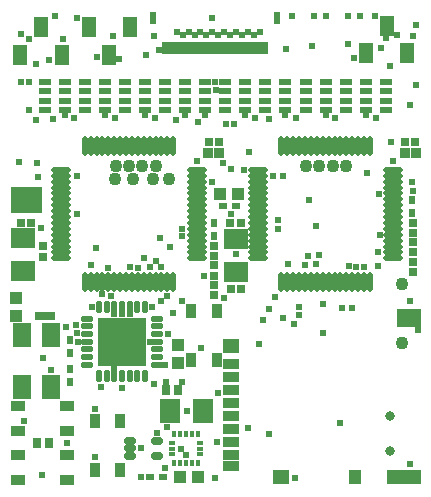
<source format=gts>
G04*
G04 #@! TF.GenerationSoftware,Altium Limited,Altium Designer,19.1.7 (138)*
G04*
G04 Layer_Color=8388736*
%FSLAX43Y43*%
%MOMM*%
G71*
G01*
G75*
%ADD20R,0.660X0.559*%
%ADD25R,0.559X0.660*%
%ADD53R,0.753X0.853*%
%ADD54R,2.003X1.803*%
%ADD55R,0.743X0.803*%
%ADD56R,0.803X0.743*%
%ADD57R,1.093X1.133*%
%ADD58R,0.803X0.753*%
%ADD59R,0.823X0.823*%
%ADD60R,1.203X1.803*%
%ADD61R,0.603X1.003*%
%ADD62R,0.503X1.003*%
%ADD63R,1.403X0.903*%
%ADD64R,1.403X1.203*%
%ADD65R,2.103X1.503*%
%ADD66R,3.003X1.203*%
%ADD67R,1.003X1.203*%
G04:AMPARAMS|DCode=68|XSize=0.503mm|YSize=1.653mm|CornerRadius=0.151mm|HoleSize=0mm|Usage=FLASHONLY|Rotation=0.000|XOffset=0mm|YOffset=0mm|HoleType=Round|Shape=RoundedRectangle|*
%AMROUNDEDRECTD68*
21,1,0.503,1.351,0,0,0.0*
21,1,0.201,1.653,0,0,0.0*
1,1,0.302,0.101,-0.676*
1,1,0.302,-0.101,-0.676*
1,1,0.302,-0.101,0.676*
1,1,0.302,0.101,0.676*
%
%ADD68ROUNDEDRECTD68*%
G04:AMPARAMS|DCode=69|XSize=0.503mm|YSize=1.653mm|CornerRadius=0.151mm|HoleSize=0mm|Usage=FLASHONLY|Rotation=270.000|XOffset=0mm|YOffset=0mm|HoleType=Round|Shape=RoundedRectangle|*
%AMROUNDEDRECTD69*
21,1,0.503,1.351,0,0,270.0*
21,1,0.201,1.653,0,0,270.0*
1,1,0.302,-0.676,-0.101*
1,1,0.302,-0.676,0.101*
1,1,0.302,0.676,0.101*
1,1,0.302,0.676,-0.101*
%
%ADD69ROUNDEDRECTD69*%
G04:AMPARAMS|DCode=70|XSize=0.603mm|YSize=1.053mm|CornerRadius=0.152mm|HoleSize=0mm|Usage=FLASHONLY|Rotation=90.000|XOffset=0mm|YOffset=0mm|HoleType=Round|Shape=RoundedRectangle|*
%AMROUNDEDRECTD70*
21,1,0.603,0.750,0,0,90.0*
21,1,0.300,1.053,0,0,90.0*
1,1,0.303,0.375,0.150*
1,1,0.303,0.375,-0.150*
1,1,0.303,-0.375,-0.150*
1,1,0.303,-0.375,0.150*
%
%ADD70ROUNDEDRECTD70*%
%ADD71R,1.603X2.003*%
%ADD72O,1.103X0.503*%
%ADD73O,0.503X1.103*%
%ADD74R,4.133X4.133*%
%ADD75R,0.453X0.553*%
%ADD76R,0.553X0.453*%
%ADD77R,0.853X1.253*%
%ADD78R,1.253X0.853*%
%ADD79R,1.103X0.628*%
%ADD80R,0.853X0.803*%
%ADD81R,1.003X1.003*%
%ADD82R,1.133X1.093*%
%ADD83R,1.803X2.003*%
%ADD84R,0.553X0.903*%
%ADD85C,0.803*%
%ADD86C,0.606*%
%ADD87C,1.103*%
%ADD88C,0.703*%
G36*
X2850Y13125D02*
X200D01*
Y15275D01*
X2850D01*
Y13125D01*
D02*
G37*
D20*
X13096Y-9275D02*
D03*
X12004D02*
D03*
X2096Y13650D02*
D03*
X1004D02*
D03*
X18129Y13650D02*
D03*
X19221D02*
D03*
D25*
X34200Y14214D02*
D03*
Y13122D02*
D03*
X5225Y-129D02*
D03*
Y-1221D02*
D03*
X5225Y1254D02*
D03*
Y2346D02*
D03*
X17425Y12246D02*
D03*
Y11154D02*
D03*
D53*
X3425Y-6400D02*
D03*
X2425D02*
D03*
X14325Y-1925D02*
D03*
X13325D02*
D03*
D54*
X19275Y10900D02*
D03*
Y8100D02*
D03*
X1225Y10950D02*
D03*
Y8150D02*
D03*
D55*
X19657Y12225D02*
D03*
X18793D02*
D03*
X1882Y12225D02*
D03*
X1018D02*
D03*
X18843Y6625D02*
D03*
X19707D02*
D03*
D56*
X2950Y10257D02*
D03*
Y9393D02*
D03*
X34225Y8975D02*
D03*
Y8111D02*
D03*
X34225Y10618D02*
D03*
Y9754D02*
D03*
X34225Y12268D02*
D03*
Y11404D02*
D03*
X17425Y8657D02*
D03*
Y7793D02*
D03*
X17425Y6136D02*
D03*
Y7000D02*
D03*
X17425Y9443D02*
D03*
Y10307D02*
D03*
D57*
X2295Y14700D02*
D03*
X755D02*
D03*
X19445D02*
D03*
X17905D02*
D03*
X14480Y-9250D02*
D03*
X16020D02*
D03*
D58*
X34425Y19100D02*
D03*
X33575D02*
D03*
X17825Y19100D02*
D03*
X16975D02*
D03*
D59*
X34460Y18150D02*
D03*
X33540D02*
D03*
X17850Y18175D02*
D03*
X16930D02*
D03*
D60*
X32025Y28900D02*
D03*
X33775Y26600D02*
D03*
X30275D02*
D03*
X2750Y28800D02*
D03*
X4500Y26500D02*
D03*
X1000D02*
D03*
X10275Y28800D02*
D03*
X8525Y26500D02*
D03*
X6775Y28800D02*
D03*
D61*
X22750Y29600D02*
D03*
X12250D02*
D03*
D62*
X21250Y27100D02*
D03*
X20750D02*
D03*
X21750D02*
D03*
X19750D02*
D03*
X19250D02*
D03*
X20250D02*
D03*
X18250D02*
D03*
X17750D02*
D03*
X18750D02*
D03*
X17250D02*
D03*
X16250D02*
D03*
X15750D02*
D03*
X15250D02*
D03*
X14750D02*
D03*
X16750D02*
D03*
X13750D02*
D03*
X13250D02*
D03*
X14250D02*
D03*
D63*
X18800Y-6300D02*
D03*
Y-5200D02*
D03*
Y-4100D02*
D03*
Y-3000D02*
D03*
Y-1900D02*
D03*
Y-800D02*
D03*
Y300D02*
D03*
Y-7400D02*
D03*
Y-8350D02*
D03*
D64*
Y1850D02*
D03*
X23100Y-9300D02*
D03*
D65*
X33900Y4200D02*
D03*
D66*
X33450Y-9300D02*
D03*
D67*
X29300D02*
D03*
D68*
X13950Y18725D02*
D03*
X13450D02*
D03*
X12950D02*
D03*
X12450D02*
D03*
X11950D02*
D03*
X11450D02*
D03*
X10950D02*
D03*
X10450D02*
D03*
X9950D02*
D03*
X9450D02*
D03*
X8950D02*
D03*
X8450D02*
D03*
X7950D02*
D03*
X7450D02*
D03*
X6950D02*
D03*
X6450D02*
D03*
Y7275D02*
D03*
X6950D02*
D03*
X7450D02*
D03*
X7950D02*
D03*
X8450D02*
D03*
X8950D02*
D03*
X9450D02*
D03*
X9950D02*
D03*
X10450D02*
D03*
X10950D02*
D03*
X11450D02*
D03*
X11950D02*
D03*
X12450D02*
D03*
X12950D02*
D03*
X13450D02*
D03*
X13950D02*
D03*
X30600Y18725D02*
D03*
X30100D02*
D03*
X29600D02*
D03*
X29100D02*
D03*
X28600D02*
D03*
X28100D02*
D03*
X27600D02*
D03*
X27100D02*
D03*
X26600D02*
D03*
X26100D02*
D03*
X25600D02*
D03*
X25100D02*
D03*
X24600D02*
D03*
X24100D02*
D03*
X23600D02*
D03*
X23100D02*
D03*
Y7275D02*
D03*
X23600D02*
D03*
X24100D02*
D03*
X24600D02*
D03*
X25100D02*
D03*
X25600D02*
D03*
X26100D02*
D03*
X26600D02*
D03*
X27100D02*
D03*
X27600D02*
D03*
X28100D02*
D03*
X28600D02*
D03*
X29100D02*
D03*
X29600D02*
D03*
X30100D02*
D03*
X30600D02*
D03*
D69*
X4475Y16750D02*
D03*
Y16250D02*
D03*
Y15750D02*
D03*
Y15250D02*
D03*
Y14750D02*
D03*
Y14250D02*
D03*
Y13750D02*
D03*
Y13250D02*
D03*
Y12750D02*
D03*
Y12250D02*
D03*
Y11750D02*
D03*
Y11250D02*
D03*
Y10750D02*
D03*
Y10250D02*
D03*
Y9750D02*
D03*
Y9250D02*
D03*
X15925D02*
D03*
Y9750D02*
D03*
Y10250D02*
D03*
Y10750D02*
D03*
Y11250D02*
D03*
Y11750D02*
D03*
Y12250D02*
D03*
Y12750D02*
D03*
Y13250D02*
D03*
Y13750D02*
D03*
Y14250D02*
D03*
Y14750D02*
D03*
Y15250D02*
D03*
Y15750D02*
D03*
Y16250D02*
D03*
Y16750D02*
D03*
X21125Y16750D02*
D03*
Y16250D02*
D03*
Y15750D02*
D03*
Y15250D02*
D03*
Y14750D02*
D03*
Y14250D02*
D03*
Y13750D02*
D03*
Y13250D02*
D03*
Y12750D02*
D03*
Y12250D02*
D03*
Y11750D02*
D03*
Y11250D02*
D03*
Y10750D02*
D03*
Y10250D02*
D03*
Y9750D02*
D03*
Y9250D02*
D03*
X32575D02*
D03*
Y9750D02*
D03*
Y10250D02*
D03*
Y10750D02*
D03*
Y11250D02*
D03*
Y11750D02*
D03*
Y12250D02*
D03*
Y12750D02*
D03*
Y13250D02*
D03*
Y13750D02*
D03*
Y14250D02*
D03*
Y14750D02*
D03*
Y15250D02*
D03*
Y15750D02*
D03*
Y16250D02*
D03*
Y16750D02*
D03*
D70*
X10325Y-6175D02*
D03*
Y-6825D02*
D03*
Y-7475D02*
D03*
X12575D02*
D03*
Y-6175D02*
D03*
D71*
X3575Y2750D02*
D03*
Y-1650D02*
D03*
X1175D02*
D03*
Y2750D02*
D03*
D72*
X6650Y4150D02*
D03*
Y3500D02*
D03*
Y2850D02*
D03*
Y2200D02*
D03*
Y1550D02*
D03*
Y900D02*
D03*
Y250D02*
D03*
X12550D02*
D03*
Y900D02*
D03*
Y1550D02*
D03*
Y2200D02*
D03*
Y2850D02*
D03*
Y3500D02*
D03*
Y4150D02*
D03*
D73*
X7650Y-750D02*
D03*
X8300D02*
D03*
X8950D02*
D03*
X9600D02*
D03*
X10250D02*
D03*
X10900D02*
D03*
X11550D02*
D03*
Y5150D02*
D03*
X10900D02*
D03*
X10250D02*
D03*
X9600D02*
D03*
X8950D02*
D03*
X8300D02*
D03*
X7650D02*
D03*
D74*
X9600Y2200D02*
D03*
D75*
X16025Y-5625D02*
D03*
X15525D02*
D03*
X15025D02*
D03*
X14525D02*
D03*
X14025D02*
D03*
Y-8075D02*
D03*
X14525D02*
D03*
X15025D02*
D03*
X15525D02*
D03*
X16025D02*
D03*
D76*
X13800Y-6350D02*
D03*
Y-6850D02*
D03*
Y-7350D02*
D03*
X16250D02*
D03*
Y-6850D02*
D03*
Y-6350D02*
D03*
D77*
X17625Y4800D02*
D03*
X15475D02*
D03*
X17625Y650D02*
D03*
X15475D02*
D03*
X9475Y-4525D02*
D03*
X7325D02*
D03*
X9475Y-8675D02*
D03*
X7325D02*
D03*
D78*
X4925Y-9525D02*
D03*
Y-7375D02*
D03*
X775Y-9525D02*
D03*
Y-7375D02*
D03*
X4925Y-5400D02*
D03*
Y-3250D02*
D03*
X775Y-5400D02*
D03*
Y-3250D02*
D03*
D79*
X31950Y21800D02*
D03*
Y22600D02*
D03*
Y23400D02*
D03*
Y24200D02*
D03*
X30250D02*
D03*
Y23400D02*
D03*
Y22600D02*
D03*
Y21800D02*
D03*
X28550D02*
D03*
Y22600D02*
D03*
Y23400D02*
D03*
Y24200D02*
D03*
X26850D02*
D03*
Y23400D02*
D03*
Y22600D02*
D03*
Y21800D02*
D03*
X25150D02*
D03*
Y22600D02*
D03*
Y23400D02*
D03*
Y24200D02*
D03*
X23450D02*
D03*
Y23400D02*
D03*
Y22600D02*
D03*
Y21800D02*
D03*
X21750D02*
D03*
Y22600D02*
D03*
Y23400D02*
D03*
Y24200D02*
D03*
X20050D02*
D03*
Y23400D02*
D03*
Y22600D02*
D03*
Y21800D02*
D03*
X18350D02*
D03*
Y22600D02*
D03*
Y23400D02*
D03*
Y24200D02*
D03*
X16650D02*
D03*
Y23400D02*
D03*
Y22600D02*
D03*
Y21800D02*
D03*
X13250Y24200D02*
D03*
Y23400D02*
D03*
Y22600D02*
D03*
Y21800D02*
D03*
X14950D02*
D03*
Y22600D02*
D03*
Y23400D02*
D03*
Y24200D02*
D03*
X9850D02*
D03*
Y23400D02*
D03*
Y22600D02*
D03*
Y21800D02*
D03*
X11550D02*
D03*
Y22600D02*
D03*
Y23400D02*
D03*
Y24200D02*
D03*
X6450D02*
D03*
Y23400D02*
D03*
Y22600D02*
D03*
Y21800D02*
D03*
X8150D02*
D03*
Y22600D02*
D03*
Y23400D02*
D03*
Y24200D02*
D03*
X3050D02*
D03*
Y23400D02*
D03*
Y22600D02*
D03*
Y21800D02*
D03*
X4750D02*
D03*
Y22600D02*
D03*
Y23400D02*
D03*
Y24200D02*
D03*
D80*
X3550Y4375D02*
D03*
X2700D02*
D03*
D81*
X650Y5875D02*
D03*
Y4375D02*
D03*
D82*
X14325Y355D02*
D03*
Y1895D02*
D03*
D83*
X13675Y-3650D02*
D03*
X16475D02*
D03*
D84*
X34675Y3350D02*
D03*
D85*
X32300Y-4100D02*
D03*
Y-7100D02*
D03*
D86*
X20750Y28125D02*
D03*
X16750D02*
D03*
X18750D02*
D03*
X17750D02*
D03*
X20251Y28426D02*
D03*
X17250Y28375D02*
D03*
X23475Y27000D02*
D03*
X16250Y28375D02*
D03*
X19750Y28125D02*
D03*
X21250Y28426D02*
D03*
X15750Y28125D02*
D03*
X19125Y20600D02*
D03*
X18250Y28375D02*
D03*
X19251Y28426D02*
D03*
X15250Y28375D02*
D03*
X12725Y26875D02*
D03*
X17250Y29600D02*
D03*
X14251Y28375D02*
D03*
X14750Y28125D02*
D03*
X11225Y-9250D02*
D03*
X18175Y17350D02*
D03*
X20400Y18275D02*
D03*
X17250Y15750D02*
D03*
X5800Y16250D02*
D03*
X29450Y8500D02*
D03*
X28826Y8600D02*
D03*
X30075Y8500D02*
D03*
X31300Y8625D02*
D03*
X26000Y8800D02*
D03*
X7400Y10150D02*
D03*
X11950Y8525D02*
D03*
X12450Y9000D02*
D03*
X13650Y10250D02*
D03*
X11575Y21400D02*
D03*
X16300Y1700D02*
D03*
X14700Y5675D02*
D03*
X2775Y11800D02*
D03*
X11435Y9250D02*
D03*
X12125Y5150D02*
D03*
X1300Y-4500D02*
D03*
X14676Y11126D02*
D03*
X14725Y-1200D02*
D03*
X12300Y-1425D02*
D03*
X2925Y775D02*
D03*
X8650Y6050D02*
D03*
X7100Y5125D02*
D03*
X9600Y4550D02*
D03*
X8950Y4575D02*
D03*
X10250D02*
D03*
X7950Y6275D02*
D03*
X12950Y5625D02*
D03*
X5825Y2900D02*
D03*
X5875Y2200D02*
D03*
X6950Y8675D02*
D03*
X12950Y8525D02*
D03*
X12850Y11000D02*
D03*
X10950Y8475D02*
D03*
X15975Y17475D02*
D03*
X5826Y13001D02*
D03*
X14675Y11750D02*
D03*
X10250Y8500D02*
D03*
X8450Y8475D02*
D03*
X13450Y6075D02*
D03*
X5750Y3600D02*
D03*
X28075Y-4700D02*
D03*
X21200Y2000D02*
D03*
X34000Y5600D02*
D03*
X24250Y-9325D02*
D03*
X17675Y-6300D02*
D03*
X20300Y-5150D02*
D03*
X17750Y-2125D02*
D03*
X34000Y-8200D02*
D03*
X24600Y4460D02*
D03*
X22025Y-5600D02*
D03*
X22600Y6000D02*
D03*
X25375Y9450D02*
D03*
X25100Y8725D02*
D03*
X26276Y9500D02*
D03*
X16525Y7800D02*
D03*
X23625Y8800D02*
D03*
X22775Y12500D02*
D03*
X31250Y9750D02*
D03*
X19258Y9652D02*
D03*
X8950Y-150D02*
D03*
X7325Y-7550D02*
D03*
Y-3500D02*
D03*
X13225Y-8525D02*
D03*
X23225Y16250D02*
D03*
X13954Y4604D02*
D03*
X9600Y-1700D02*
D03*
X13250Y250D02*
D03*
X7800Y-1675D02*
D03*
X13500Y2850D02*
D03*
X11975Y2175D02*
D03*
X32575Y17475D02*
D03*
X28275Y5075D02*
D03*
X26600Y5350D02*
D03*
X27675Y21100D02*
D03*
X34250Y14950D02*
D03*
X30350Y16500D02*
D03*
X24188Y3725D02*
D03*
X19900Y16750D02*
D03*
X24600Y5175D02*
D03*
X25400Y14163D02*
D03*
X22775Y11700D02*
D03*
X22400Y16250D02*
D03*
X34200Y15750D02*
D03*
X31325Y14725D02*
D03*
X20050Y21400D02*
D03*
X31450Y11250D02*
D03*
X21575Y4025D02*
D03*
X22025Y4975D02*
D03*
X18801Y13001D02*
D03*
X31550Y27025D02*
D03*
X2500Y16150D02*
D03*
X5575Y21100D02*
D03*
X16075Y20825D02*
D03*
X26625Y2950D02*
D03*
X29075Y5075D02*
D03*
X17500Y-9325D02*
D03*
X15000Y-7400D02*
D03*
X14600Y-6850D02*
D03*
X2350Y20925D02*
D03*
X34500Y23950D02*
D03*
X17525Y23500D02*
D03*
X12275Y28100D02*
D03*
X13300Y-1200D02*
D03*
X2400Y17350D02*
D03*
X875Y17375D02*
D03*
X13400Y-5050D02*
D03*
X12575Y-5525D02*
D03*
X4850Y3400D02*
D03*
X3625Y-200D02*
D03*
X18250Y5900D02*
D03*
X4950Y-6375D02*
D03*
X11225Y-6825D02*
D03*
X20900Y21100D02*
D03*
X18425Y20600D02*
D03*
X25700Y27225D02*
D03*
X24020Y29780D02*
D03*
X24300Y21100D02*
D03*
X23450Y21400D02*
D03*
X29225Y26175D02*
D03*
X32275Y25575D02*
D03*
X26850Y21400D02*
D03*
X32000Y27925D02*
D03*
X8875Y28075D02*
D03*
X9325Y26125D02*
D03*
X3450Y26050D02*
D03*
X11625Y26500D02*
D03*
X5775Y29601D02*
D03*
X7455Y26275D02*
D03*
X31055Y29775D02*
D03*
X32879Y28161D02*
D03*
X34250Y28050D02*
D03*
X23200Y4175D02*
D03*
X26000Y11975D02*
D03*
X2800Y-9075D02*
D03*
X32375Y19075D02*
D03*
X18800Y16825D02*
D03*
X15075Y-3650D02*
D03*
X17450Y24200D02*
D03*
X16650Y21400D02*
D03*
X22075Y21075D02*
D03*
X14175Y20925D02*
D03*
X25876Y29776D02*
D03*
X28725Y29775D02*
D03*
X34500Y29000D02*
D03*
X1700Y27825D02*
D03*
X1050Y24150D02*
D03*
X1713Y21812D02*
D03*
X1050Y28225D02*
D03*
X28775Y27425D02*
D03*
X1700Y24150D02*
D03*
X31150Y21100D02*
D03*
X30250Y21400D02*
D03*
X14950D02*
D03*
X12400Y21100D02*
D03*
X9000Y21100D02*
D03*
X8175Y21400D02*
D03*
X33950Y22200D02*
D03*
X2350Y25700D02*
D03*
X3804Y21054D02*
D03*
X4750Y21400D02*
D03*
X29775Y29775D02*
D03*
X26900D02*
D03*
X3925D02*
D03*
X4575Y27825D02*
D03*
D87*
X12225Y15950D02*
D03*
X10551Y15951D02*
D03*
X9011Y15975D02*
D03*
X12450Y17075D02*
D03*
X13614Y15975D02*
D03*
X11325Y17075D02*
D03*
X10200D02*
D03*
X9075D02*
D03*
X25200D02*
D03*
X26325D02*
D03*
X27450D02*
D03*
X28575D02*
D03*
X33278Y7060D02*
D03*
Y2060D02*
D03*
D88*
X8500Y3300D02*
D03*
X9600D02*
D03*
X10700D02*
D03*
X8500Y2200D02*
D03*
X9600D02*
D03*
X10700D02*
D03*
X8500Y1100D02*
D03*
X9600D02*
D03*
X10700D02*
D03*
M02*

</source>
